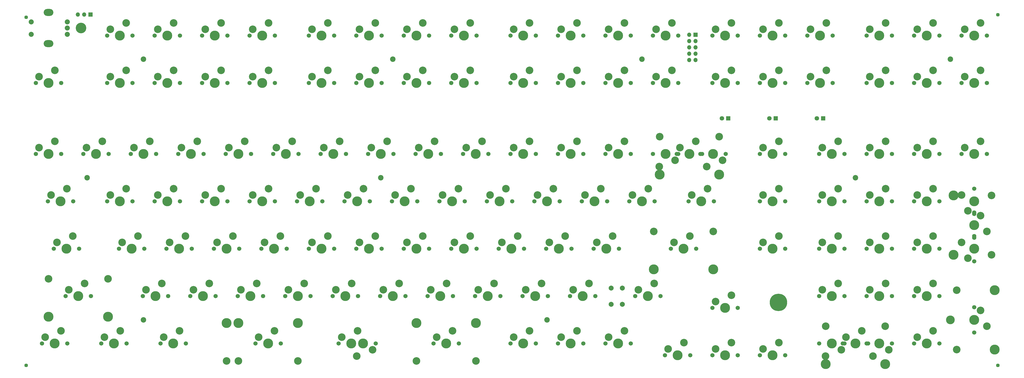
<source format=gbr>
G04 #@! TF.GenerationSoftware,KiCad,Pcbnew,7.0.1*
G04 #@! TF.CreationDate,2023-04-05T01:47:31-04:00*
G04 #@! TF.ProjectId,Boston-keyboard-V081DHA,426f7374-6f6e-42d6-9b65-79626f617264,rev?*
G04 #@! TF.SameCoordinates,Original*
G04 #@! TF.FileFunction,Soldermask,Top*
G04 #@! TF.FilePolarity,Negative*
%FSLAX46Y46*%
G04 Gerber Fmt 4.6, Leading zero omitted, Abs format (unit mm)*
G04 Created by KiCad (PCBNEW 7.0.1) date 2023-04-05 01:47:31*
%MOMM*%
%LPD*%
G01*
G04 APERTURE LIST*
%ADD10C,0.800000*%
%ADD11C,7.000000*%
%ADD12C,2.200000*%
%ADD13R,1.800000X1.800000*%
%ADD14C,1.800000*%
%ADD15C,1.448000*%
%ADD16C,2.000000*%
%ADD17R,1.700000X1.700000*%
%ADD18O,1.700000X1.700000*%
%ADD19C,3.500000*%
%ADD20C,1.701800*%
%ADD21C,3.048000*%
%ADD22C,3.987800*%
%ADD23O,2.768600X1.651000*%
%ADD24C,1.016000*%
%ADD25C,2.032000*%
%ADD26O,3.900000X2.799999*%
%ADD27C,4.250000*%
G04 APERTURE END LIST*
D10*
X356268500Y-146649500D03*
X357037345Y-144793345D03*
X357037345Y-148505655D03*
X358893500Y-144024500D03*
D11*
X358893500Y-146649500D03*
D10*
X358893500Y-149274500D03*
X360749655Y-144793345D03*
X360749655Y-148505655D03*
X361518500Y-146649500D03*
D12*
X304125200Y-48899992D03*
X389850272Y-96525032D03*
X427950304Y-48899992D03*
D13*
X338732500Y-72712500D03*
D14*
X336192500Y-72712500D03*
D15*
X447000000Y-31000000D03*
D13*
X357782500Y-72712500D03*
D14*
X355242500Y-72712500D03*
D16*
X291750000Y-147400000D03*
X291750000Y-140900000D03*
X296250000Y-147400000D03*
X296250000Y-140900000D03*
D17*
X82825000Y-30950000D03*
D18*
X80285000Y-30950000D03*
X77745000Y-30950000D03*
D15*
X57000000Y-172000000D03*
D12*
X266025168Y-153675080D03*
D15*
X57000000Y-32000000D03*
D12*
X199350112Y-96525032D03*
X104100032Y-153675080D03*
X204112500Y-48900000D03*
D19*
X427950304Y-153675080D03*
D12*
X81478138Y-96525032D03*
D17*
X325655625Y-39087500D03*
D18*
X323115625Y-39087500D03*
X325655625Y-41627500D03*
X323115625Y-41627500D03*
X325655625Y-44167500D03*
X323115625Y-44167500D03*
X325655625Y-46707500D03*
X323115625Y-46707500D03*
X325655625Y-49247500D03*
X323115625Y-49247500D03*
D13*
X376832500Y-72712500D03*
D14*
X374292500Y-72712500D03*
D15*
X447000000Y-172000000D03*
D20*
X280630000Y-87000000D03*
D21*
X278090000Y-81920000D03*
D22*
X275550000Y-87000000D03*
D21*
X271740000Y-84460000D03*
D20*
X270470000Y-87000000D03*
D22*
X401788000Y-171455000D03*
D21*
X401788000Y-156215000D03*
D20*
X394930000Y-163200000D03*
D21*
X392390000Y-158120000D03*
D22*
X389850000Y-163200000D03*
D21*
X386040000Y-160660000D03*
D20*
X384770000Y-163200000D03*
D22*
X377912000Y-171455000D03*
D21*
X377912000Y-156215000D03*
D20*
X256817500Y-125100000D03*
D21*
X254277500Y-120020000D03*
D22*
X251737500Y-125100000D03*
D21*
X247927500Y-122560000D03*
D20*
X246657500Y-125100000D03*
X423505000Y-163200000D03*
D21*
X420965000Y-158120000D03*
D22*
X418425000Y-163200000D03*
D21*
X414615000Y-160660000D03*
D20*
X413345000Y-163200000D03*
X261580000Y-163200000D03*
D21*
X259040000Y-158120000D03*
D22*
X256500000Y-163200000D03*
D21*
X252690000Y-160660000D03*
D20*
X251420000Y-163200000D03*
X99655000Y-58425000D03*
D21*
X97115000Y-53345000D03*
D22*
X94575000Y-58425000D03*
D21*
X90765000Y-55885000D03*
D20*
X89495000Y-58425000D03*
X309205000Y-106050000D03*
D21*
X306665000Y-100970000D03*
D22*
X304125000Y-106050000D03*
D21*
X300315000Y-103510000D03*
D20*
X299045000Y-106050000D03*
X218717500Y-39375000D03*
D21*
X216177500Y-34295000D03*
D22*
X213637500Y-39375000D03*
D21*
X209827500Y-36835000D03*
D20*
X208557500Y-39375000D03*
X437475000Y-100970000D03*
D21*
X432395000Y-103510000D03*
D22*
X437475000Y-106050000D03*
D21*
X434935000Y-109860000D03*
D20*
X437475000Y-111130000D03*
X342542500Y-58425000D03*
D21*
X340002500Y-53345000D03*
D22*
X337462500Y-58425000D03*
D21*
X333652500Y-55885000D03*
D20*
X332382500Y-58425000D03*
X361592500Y-125100000D03*
D21*
X359052500Y-120020000D03*
D22*
X356512500Y-125100000D03*
D21*
X352702500Y-122560000D03*
D20*
X351432500Y-125100000D03*
X361592500Y-106050000D03*
D21*
X359052500Y-100970000D03*
D22*
X356512500Y-106050000D03*
D21*
X352702500Y-103510000D03*
D20*
X351432500Y-106050000D03*
X423505000Y-125100000D03*
D21*
X420965000Y-120020000D03*
D22*
X418425000Y-125100000D03*
D21*
X414615000Y-122560000D03*
D20*
X413345000Y-125100000D03*
X97273750Y-163200000D03*
D21*
X94733750Y-158120000D03*
D22*
X92193750Y-163200000D03*
D21*
X88383750Y-160660000D03*
D20*
X87113750Y-163200000D03*
D22*
X89844250Y-152405000D03*
D21*
X89844250Y-137165000D03*
D20*
X82986250Y-144150000D03*
D21*
X80446250Y-139070000D03*
D22*
X77906250Y-144150000D03*
D21*
X74096250Y-141610000D03*
D20*
X72826250Y-144150000D03*
D22*
X65968250Y-152405000D03*
D21*
X65968250Y-137165000D03*
D20*
X394295000Y-163200000D03*
D21*
X396835000Y-168280000D03*
D22*
X399375000Y-163200000D03*
D21*
X403185000Y-165740000D03*
D20*
X404455000Y-163200000D03*
X142517500Y-125100000D03*
D21*
X139977500Y-120020000D03*
D22*
X137437500Y-125100000D03*
D21*
X133627500Y-122560000D03*
D20*
X132357500Y-125100000D03*
X299680000Y-39375000D03*
D21*
X297140000Y-34295000D03*
D22*
X294600000Y-39375000D03*
D21*
X290790000Y-36835000D03*
D20*
X289520000Y-39375000D03*
X333017500Y-106050000D03*
D21*
X330477500Y-100970000D03*
D22*
X327937500Y-106050000D03*
D21*
X324127500Y-103510000D03*
D20*
X322857500Y-106050000D03*
X132992500Y-144150000D03*
D21*
X130452500Y-139070000D03*
D22*
X127912500Y-144150000D03*
D21*
X124102500Y-141610000D03*
D20*
X122832500Y-144150000D03*
X266342500Y-144150000D03*
D21*
X263802500Y-139070000D03*
D22*
X261262500Y-144150000D03*
D21*
X257452500Y-141610000D03*
D20*
X256182500Y-144150000D03*
X218717500Y-125100000D03*
D21*
X216177500Y-120020000D03*
D22*
X213637500Y-125100000D03*
D21*
X209827500Y-122560000D03*
D20*
X208557500Y-125100000D03*
X185380000Y-87000000D03*
D21*
X182840000Y-81920000D03*
D22*
X180300000Y-87000000D03*
D21*
X176490000Y-84460000D03*
D20*
X175220000Y-87000000D03*
D22*
X332731964Y-133355000D03*
D21*
X332731964Y-118115000D03*
D20*
X325873964Y-125100000D03*
D21*
X323333964Y-120020000D03*
D22*
X320793964Y-125100000D03*
D21*
X316983964Y-122560000D03*
D20*
X315713964Y-125100000D03*
D22*
X308855964Y-133355000D03*
D21*
X308855964Y-118115000D03*
D20*
X299680000Y-87000000D03*
D21*
X297140000Y-81920000D03*
D22*
X294600000Y-87000000D03*
D21*
X290790000Y-84460000D03*
D20*
X289520000Y-87000000D03*
X156805000Y-58425000D03*
D21*
X154265000Y-53345000D03*
D22*
X151725000Y-58425000D03*
D21*
X147915000Y-55885000D03*
D20*
X146645000Y-58425000D03*
X199667500Y-125100000D03*
D21*
X197127500Y-120020000D03*
D22*
X194587500Y-125100000D03*
D21*
X190777500Y-122560000D03*
D20*
X189507500Y-125100000D03*
X261580160Y-39375000D03*
D21*
X259040160Y-34295000D03*
D22*
X256500160Y-39375000D03*
D21*
X252690160Y-36835000D03*
D20*
X251420160Y-39375000D03*
X223480000Y-87000000D03*
D21*
X220940000Y-81920000D03*
D22*
X218400000Y-87000000D03*
D21*
X214590000Y-84460000D03*
D20*
X213320000Y-87000000D03*
X442555000Y-87000000D03*
D21*
X440015000Y-81920000D03*
D22*
X437475000Y-87000000D03*
D21*
X433665000Y-84460000D03*
D20*
X432395000Y-87000000D03*
X118705000Y-106050000D03*
D21*
X116165000Y-100970000D03*
D22*
X113625000Y-106050000D03*
D21*
X109815000Y-103510000D03*
D20*
X108545000Y-106050000D03*
X194905000Y-106050000D03*
D21*
X192365000Y-100970000D03*
D22*
X189825000Y-106050000D03*
D21*
X186015000Y-103510000D03*
D20*
X184745000Y-106050000D03*
X113942500Y-144150000D03*
D21*
X111402500Y-139070000D03*
D22*
X108862500Y-144150000D03*
D21*
X105052500Y-141610000D03*
D20*
X103782500Y-144150000D03*
X404455000Y-144150000D03*
D21*
X401915000Y-139070000D03*
D22*
X399375000Y-144150000D03*
D21*
X395565000Y-141610000D03*
D20*
X394295000Y-144150000D03*
X190142500Y-144150000D03*
D21*
X187602500Y-139070000D03*
D22*
X185062500Y-144150000D03*
D21*
X181252500Y-141610000D03*
D20*
X179982500Y-144150000D03*
X90130000Y-87000000D03*
D21*
X87590000Y-81920000D03*
D22*
X85050000Y-87000000D03*
D21*
X81240000Y-84460000D03*
D20*
X79970000Y-87000000D03*
D22*
X335113000Y-95255000D03*
D21*
X335113000Y-80015000D03*
D20*
X328255000Y-87000000D03*
D21*
X325715000Y-81920000D03*
D22*
X323175000Y-87000000D03*
D21*
X319365000Y-84460000D03*
D20*
X318095000Y-87000000D03*
D22*
X311237000Y-95255000D03*
D21*
X311237000Y-80015000D03*
D20*
X128230000Y-87000000D03*
D21*
X125690000Y-81920000D03*
D22*
X123150000Y-87000000D03*
D21*
X119340000Y-84460000D03*
D20*
X118070000Y-87000000D03*
X423505000Y-87000000D03*
D21*
X420965000Y-81920000D03*
D22*
X418425000Y-87000000D03*
D21*
X414615000Y-84460000D03*
D20*
X413345000Y-87000000D03*
X442555000Y-58425000D03*
D21*
X440015000Y-53345000D03*
D22*
X437475000Y-58425000D03*
D21*
X433665000Y-55885000D03*
D20*
X432395000Y-58425000D03*
X199667606Y-39375000D03*
D21*
X197127606Y-34295000D03*
D22*
X194587606Y-39375000D03*
D21*
X190777606Y-36835000D03*
D20*
X189507606Y-39375000D03*
X404455000Y-39375000D03*
D21*
X401915000Y-34295000D03*
D22*
X399375000Y-39375000D03*
D21*
X395565000Y-36835000D03*
D20*
X394295000Y-39375000D03*
X156805000Y-39375000D03*
D21*
X154265000Y-34295000D03*
D22*
X151725000Y-39375000D03*
D21*
X147915000Y-36835000D03*
D20*
X146645000Y-39375000D03*
X275867500Y-125100000D03*
D21*
X273327500Y-120020000D03*
D22*
X270787500Y-125100000D03*
D21*
X266977500Y-122560000D03*
D20*
X265707500Y-125100000D03*
X237767500Y-58425000D03*
D21*
X235227500Y-53345000D03*
D22*
X232687500Y-58425000D03*
D21*
X228877500Y-55885000D03*
D20*
X227607500Y-58425000D03*
X404455000Y-125100000D03*
D21*
X401915000Y-120020000D03*
D22*
X399375000Y-125100000D03*
D21*
X395565000Y-122560000D03*
D20*
X394295000Y-125100000D03*
X280630000Y-39375000D03*
D21*
X278090000Y-34295000D03*
D22*
X275550000Y-39375000D03*
D21*
X271740000Y-36835000D03*
D20*
X270470000Y-39375000D03*
X342542500Y-148912500D03*
D21*
X340002500Y-143832500D03*
D22*
X337462500Y-148912500D03*
D21*
X333652500Y-146372500D03*
D20*
X332382500Y-148912500D03*
X209192500Y-144150000D03*
D21*
X206652500Y-139070000D03*
D22*
X204112500Y-144150000D03*
D21*
X200302500Y-141610000D03*
D20*
X199032500Y-144150000D03*
D21*
X237481750Y-170185000D03*
D22*
X237481750Y-154945000D03*
D20*
X230623750Y-163200000D03*
D21*
X228083750Y-158120000D03*
D22*
X225543750Y-163200000D03*
D21*
X221733750Y-160660000D03*
D20*
X220463750Y-163200000D03*
D21*
X213605750Y-170185000D03*
D22*
X213605750Y-154945000D03*
D20*
X180617500Y-58425000D03*
D21*
X178077500Y-53345000D03*
D22*
X175537500Y-58425000D03*
D21*
X171727500Y-55885000D03*
D20*
X170457500Y-58425000D03*
X437475000Y-120020000D03*
D21*
X432395000Y-122560000D03*
D22*
X437475000Y-125100000D03*
D21*
X434935000Y-128910000D03*
D20*
X437475000Y-130180000D03*
X327620000Y-87000000D03*
D21*
X330160000Y-92080000D03*
D22*
X332700000Y-87000000D03*
D21*
X336510000Y-89540000D03*
D20*
X337780000Y-87000000D03*
X187126250Y-163200000D03*
D21*
X189666250Y-168280000D03*
D22*
X192206250Y-163200000D03*
D21*
X196016250Y-165740000D03*
D20*
X197286250Y-163200000D03*
X180617590Y-39375000D03*
D21*
X178077590Y-34295000D03*
D22*
X175537590Y-39375000D03*
D21*
X171727590Y-36835000D03*
D20*
X170457590Y-39375000D03*
X290155000Y-106050000D03*
D21*
X287615000Y-100970000D03*
D22*
X285075000Y-106050000D03*
D21*
X281265000Y-103510000D03*
D20*
X279995000Y-106050000D03*
X308570000Y-87000000D03*
D21*
X311110000Y-92080000D03*
D22*
X313650000Y-87000000D03*
D21*
X317460000Y-89540000D03*
D20*
X318730000Y-87000000D03*
X404455000Y-106050000D03*
D21*
X401915000Y-100970000D03*
D22*
X399375000Y-106050000D03*
D21*
X395565000Y-103510000D03*
D20*
X394295000Y-106050000D03*
X118705000Y-39375000D03*
D21*
X116165000Y-34295000D03*
D22*
X113625000Y-39375000D03*
D21*
X109815000Y-36835000D03*
D20*
X108545000Y-39375000D03*
X237767500Y-125100000D03*
D21*
X235227500Y-120020000D03*
D22*
X232687500Y-125100000D03*
D21*
X228877500Y-122560000D03*
D20*
X227607500Y-125100000D03*
X137755000Y-106050000D03*
D21*
X135215000Y-100970000D03*
D22*
X132675000Y-106050000D03*
D21*
X128865000Y-103510000D03*
D20*
X127595000Y-106050000D03*
X199667500Y-58425000D03*
D21*
X197127500Y-53345000D03*
D22*
X194587500Y-58425000D03*
D21*
X190777500Y-55885000D03*
D20*
X189507500Y-58425000D03*
D21*
X166044250Y-170185000D03*
D22*
X166044250Y-154945000D03*
D20*
X159186250Y-163200000D03*
D21*
X156646250Y-158120000D03*
D22*
X154106250Y-163200000D03*
D21*
X150296250Y-160660000D03*
D20*
X149026250Y-163200000D03*
D21*
X142168250Y-170185000D03*
D22*
X142168250Y-154945000D03*
D20*
X171092500Y-144150000D03*
D21*
X168552500Y-139070000D03*
D22*
X166012500Y-144150000D03*
D21*
X162202500Y-141610000D03*
D20*
X160932500Y-144150000D03*
X342542500Y-167962500D03*
D21*
X340002500Y-162882500D03*
D22*
X337462500Y-167962500D03*
D21*
X333652500Y-165422500D03*
D20*
X332382500Y-167962500D03*
X75842500Y-106050000D03*
D21*
X73302500Y-100970000D03*
D22*
X70762500Y-106050000D03*
D21*
X66952500Y-103510000D03*
D20*
X65682500Y-106050000D03*
X375245000Y-163200000D03*
D21*
X377785000Y-168280000D03*
D22*
X380325000Y-163200000D03*
D21*
X384135000Y-165740000D03*
D20*
X385405000Y-163200000D03*
X99655000Y-106050000D03*
D21*
X97115000Y-100970000D03*
D22*
X94575000Y-106050000D03*
D21*
X90765000Y-103510000D03*
D20*
X89495000Y-106050000D03*
X71080000Y-58425000D03*
D21*
X68540000Y-53345000D03*
D22*
X66000000Y-58425000D03*
D21*
X62190000Y-55885000D03*
D20*
X60920000Y-58425000D03*
X318730000Y-39375000D03*
D21*
X316190000Y-34295000D03*
D22*
X313650000Y-39375000D03*
D21*
X309840000Y-36835000D03*
D20*
X308570000Y-39375000D03*
X361592500Y-167962500D03*
D21*
X359052500Y-162882500D03*
D22*
X356512500Y-167962500D03*
D21*
X352702500Y-165422500D03*
D20*
X351432500Y-167962500D03*
X261580000Y-87000000D03*
D21*
X259040000Y-81920000D03*
D22*
X256500000Y-87000000D03*
D21*
X252690000Y-84460000D03*
D20*
X251420000Y-87000000D03*
X99655000Y-39375000D03*
D21*
X97115000Y-34295000D03*
D22*
X94575000Y-39375000D03*
D21*
X90765000Y-36835000D03*
D20*
X89495000Y-39375000D03*
X147280000Y-87000000D03*
D21*
X144740000Y-81920000D03*
D22*
X142200000Y-87000000D03*
D21*
X138390000Y-84460000D03*
D20*
X137120000Y-87000000D03*
D22*
X429220000Y-127513000D03*
D21*
X444460000Y-127513000D03*
D20*
X437475000Y-120655000D03*
D21*
X442555000Y-118115000D03*
D22*
X437475000Y-115575000D03*
D21*
X440015000Y-111765000D03*
D20*
X437475000Y-110495000D03*
D22*
X429220000Y-103637000D03*
D21*
X444460000Y-103637000D03*
D20*
X361592500Y-58425000D03*
D21*
X359052500Y-53345000D03*
D22*
X356512500Y-58425000D03*
D21*
X352702500Y-55885000D03*
D20*
X351432500Y-58425000D03*
X228242500Y-144150000D03*
D21*
X225702500Y-139070000D03*
D22*
X223162500Y-144150000D03*
D21*
X219352500Y-141610000D03*
D20*
X218082500Y-144150000D03*
X361592500Y-39375000D03*
D21*
X359052500Y-34295000D03*
D22*
X356512500Y-39375000D03*
D21*
X352702500Y-36835000D03*
D20*
X351432500Y-39375000D03*
X280630000Y-163200000D03*
D21*
X278090000Y-158120000D03*
D22*
X275550000Y-163200000D03*
D21*
X271740000Y-160660000D03*
D20*
X270470000Y-163200000D03*
X121086250Y-163200000D03*
D21*
X118546250Y-158120000D03*
D22*
X116006250Y-163200000D03*
D21*
X112196250Y-160660000D03*
D20*
X110926250Y-163200000D03*
X380642500Y-39375000D03*
D21*
X378102500Y-34295000D03*
D22*
X375562500Y-39375000D03*
D21*
X371752500Y-36835000D03*
D20*
X370482500Y-39375000D03*
X442555000Y-39375000D03*
D21*
X440015000Y-34295000D03*
D22*
X437475000Y-39375000D03*
D21*
X433665000Y-36835000D03*
D20*
X432395000Y-39375000D03*
X404455000Y-87000000D03*
D21*
X401915000Y-81920000D03*
D22*
X399375000Y-87000000D03*
D21*
X395565000Y-84460000D03*
D20*
X394295000Y-87000000D03*
X137755000Y-39375000D03*
D21*
X135215000Y-34295000D03*
D22*
X132675000Y-39375000D03*
D21*
X128865000Y-36835000D03*
D20*
X127595000Y-39375000D03*
X242530000Y-87000000D03*
D21*
X239990000Y-81920000D03*
D22*
X237450000Y-87000000D03*
D21*
X233640000Y-84460000D03*
D20*
X232370000Y-87000000D03*
X342542500Y-39375000D03*
D21*
X340002500Y-34295000D03*
D22*
X337462500Y-39375000D03*
D21*
X333652500Y-36835000D03*
D20*
X332382500Y-39375000D03*
X152042500Y-144150000D03*
D21*
X149502500Y-139070000D03*
D22*
X146962500Y-144150000D03*
D21*
X143152500Y-141610000D03*
D20*
X141882500Y-144150000D03*
X423505000Y-144150000D03*
D21*
X420965000Y-139070000D03*
D22*
X418425000Y-144150000D03*
D21*
X414615000Y-141610000D03*
D20*
X413345000Y-144150000D03*
X109180000Y-87000000D03*
D21*
X106640000Y-81920000D03*
D22*
X104100000Y-87000000D03*
D21*
X100290000Y-84460000D03*
D20*
X99020000Y-87000000D03*
X71080000Y-87000000D03*
D21*
X68540000Y-81920000D03*
D22*
X66000000Y-87000000D03*
D21*
X62190000Y-84460000D03*
D20*
X60920000Y-87000000D03*
X78223750Y-125100000D03*
D21*
X75683750Y-120020000D03*
D22*
X73143750Y-125100000D03*
D21*
X69333750Y-122560000D03*
D20*
X68063750Y-125100000D03*
X161567500Y-125100000D03*
D21*
X159027500Y-120020000D03*
D22*
X156487500Y-125100000D03*
D21*
X152677500Y-122560000D03*
D20*
X151407500Y-125100000D03*
X280630000Y-58425000D03*
D21*
X278090000Y-53345000D03*
D22*
X275550000Y-58425000D03*
D21*
X271740000Y-55885000D03*
D20*
X270470000Y-58425000D03*
X180617500Y-125100000D03*
D21*
X178077500Y-120020000D03*
D22*
X175537500Y-125100000D03*
D21*
X171727500Y-122560000D03*
D20*
X170457500Y-125100000D03*
X423505000Y-106050000D03*
D21*
X420965000Y-100970000D03*
D22*
X418425000Y-106050000D03*
D21*
X414615000Y-103510000D03*
D20*
X413345000Y-106050000D03*
X247292500Y-144150000D03*
D21*
X244752500Y-139070000D03*
D22*
X242212500Y-144150000D03*
D21*
X238402500Y-141610000D03*
D20*
X237132500Y-144150000D03*
X118705000Y-58425000D03*
D21*
X116165000Y-53345000D03*
D22*
X113625000Y-58425000D03*
D21*
X109815000Y-55885000D03*
D20*
X108545000Y-58425000D03*
X156805000Y-106050000D03*
D21*
X154265000Y-100970000D03*
D22*
X151725000Y-106050000D03*
D21*
X147915000Y-103510000D03*
D20*
X146645000Y-106050000D03*
X385405000Y-106050000D03*
D21*
X382865000Y-100970000D03*
D22*
X380325000Y-106050000D03*
D21*
X376515000Y-103510000D03*
D20*
X375245000Y-106050000D03*
X261580000Y-58425000D03*
D21*
X259040000Y-53345000D03*
D22*
X256500000Y-58425000D03*
D21*
X252690000Y-55885000D03*
D20*
X251420000Y-58425000D03*
D23*
X66000000Y-30125000D03*
D24*
X73500000Y-33875000D03*
X59000000Y-33875000D03*
X73500000Y-36375000D03*
X73500000Y-38875000D03*
X59000000Y-38875000D03*
D23*
X66000000Y-42625000D03*
D25*
X73500000Y-33875000D03*
X73500000Y-38875000D03*
X73500000Y-36375000D03*
D26*
X66000000Y-30125000D03*
X66000000Y-42625000D03*
D25*
X59000000Y-33875000D03*
X59000000Y-38875000D03*
D20*
X318730000Y-58425000D03*
D21*
X316190000Y-53345000D03*
D22*
X313650000Y-58425000D03*
D21*
X309840000Y-55885000D03*
D20*
X308570000Y-58425000D03*
X237767500Y-39375000D03*
D21*
X235227500Y-34295000D03*
D22*
X232687500Y-39375000D03*
D21*
X228877500Y-36835000D03*
D20*
X227607500Y-39375000D03*
X385405000Y-125100000D03*
D21*
X382865000Y-120020000D03*
D22*
X380325000Y-125100000D03*
D21*
X376515000Y-122560000D03*
D20*
X375245000Y-125100000D03*
X299680000Y-58425000D03*
D21*
X297140000Y-53345000D03*
D22*
X294600000Y-58425000D03*
D21*
X290790000Y-55885000D03*
D20*
X289520000Y-58425000D03*
X271105000Y-106050000D03*
D21*
X268565000Y-100970000D03*
D22*
X266025000Y-106050000D03*
D21*
X262215000Y-103510000D03*
D20*
X260945000Y-106050000D03*
D12*
X104100000Y-48900000D03*
D20*
X294917500Y-125100000D03*
D21*
X292377500Y-120020000D03*
D22*
X289837500Y-125100000D03*
D21*
X286027500Y-122560000D03*
D20*
X284757500Y-125100000D03*
X166330000Y-87000000D03*
D21*
X163790000Y-81920000D03*
D22*
X161250000Y-87000000D03*
D21*
X157440000Y-84460000D03*
D20*
X156170000Y-87000000D03*
X104417500Y-125100000D03*
D21*
X101877500Y-120020000D03*
D22*
X99337500Y-125100000D03*
D21*
X95527500Y-122560000D03*
D20*
X94257500Y-125100000D03*
X380642500Y-58425000D03*
D21*
X378102500Y-53345000D03*
D22*
X375562500Y-58425000D03*
D21*
X371752500Y-55885000D03*
D20*
X370482500Y-58425000D03*
X123467500Y-125100000D03*
D21*
X120927500Y-120020000D03*
D22*
X118387500Y-125100000D03*
D21*
X114577500Y-122560000D03*
D20*
X113307500Y-125100000D03*
X252055000Y-106050000D03*
D21*
X249515000Y-100970000D03*
D22*
X246975000Y-106050000D03*
D21*
X243165000Y-103510000D03*
D20*
X241895000Y-106050000D03*
X385405000Y-144150000D03*
D21*
X382865000Y-139070000D03*
D22*
X380325000Y-144150000D03*
D21*
X376515000Y-141610000D03*
D20*
X375245000Y-144150000D03*
X423505000Y-39375000D03*
D21*
X420965000Y-34295000D03*
D22*
X418425000Y-39375000D03*
D21*
X414615000Y-36835000D03*
D20*
X413345000Y-39375000D03*
X218717500Y-58425000D03*
D21*
X216177500Y-53345000D03*
D22*
X213637500Y-58425000D03*
D21*
X209827500Y-55885000D03*
D20*
X208557500Y-58425000D03*
X311586250Y-144150000D03*
D21*
X309046250Y-139070000D03*
D22*
X306506250Y-144150000D03*
D21*
X302696250Y-141610000D03*
D20*
X301426250Y-144150000D03*
X137755000Y-58425000D03*
D21*
X135215000Y-53345000D03*
D22*
X132675000Y-58425000D03*
D21*
X128865000Y-55885000D03*
D20*
X127595000Y-58425000D03*
X285392500Y-144150000D03*
D21*
X282852500Y-139070000D03*
D22*
X280312500Y-144150000D03*
D21*
X276502500Y-141610000D03*
D20*
X275232500Y-144150000D03*
X404455000Y-58425000D03*
D21*
X401915000Y-53345000D03*
D22*
X399375000Y-58425000D03*
D21*
X395565000Y-55885000D03*
D20*
X394295000Y-58425000D03*
X213955000Y-106050000D03*
D21*
X211415000Y-100970000D03*
D22*
X208875000Y-106050000D03*
D21*
X205065000Y-103510000D03*
D20*
X203795000Y-106050000D03*
X385405000Y-87000000D03*
D21*
X382865000Y-81920000D03*
D22*
X380325000Y-87000000D03*
D21*
X376515000Y-84460000D03*
D20*
X375245000Y-87000000D03*
D21*
X237481750Y-170185000D03*
D22*
X237481750Y-154945000D03*
D20*
X192523750Y-163200000D03*
D21*
X189983750Y-158120000D03*
D22*
X187443750Y-163200000D03*
D21*
X183633750Y-160660000D03*
D20*
X182363750Y-163200000D03*
D21*
X137405750Y-170185000D03*
D22*
X137405750Y-154945000D03*
D20*
X323492500Y-167962500D03*
D21*
X320952500Y-162882500D03*
D22*
X318412500Y-167962500D03*
D21*
X314602500Y-165422500D03*
D20*
X313332500Y-167962500D03*
D27*
X79000000Y-36375000D03*
D21*
X430490000Y-165613000D03*
D22*
X445730000Y-165613000D03*
D20*
X437475000Y-158755000D03*
D21*
X442555000Y-156215000D03*
D22*
X437475000Y-153675000D03*
D21*
X440015000Y-149865000D03*
D20*
X437475000Y-148595000D03*
D21*
X430490000Y-141737000D03*
D22*
X445730000Y-141737000D03*
D20*
X73461250Y-163200000D03*
D21*
X70921250Y-158120000D03*
D22*
X68381250Y-163200000D03*
D21*
X64571250Y-160660000D03*
D20*
X63301250Y-163200000D03*
X361592500Y-87000000D03*
D21*
X359052500Y-81920000D03*
D22*
X356512500Y-87000000D03*
D21*
X352702500Y-84460000D03*
D20*
X351432500Y-87000000D03*
X204430000Y-87000000D03*
D21*
X201890000Y-81920000D03*
D22*
X199350000Y-87000000D03*
D21*
X195540000Y-84460000D03*
D20*
X194270000Y-87000000D03*
X423505000Y-58425000D03*
D21*
X420965000Y-53345000D03*
D22*
X418425000Y-58425000D03*
D21*
X414615000Y-55885000D03*
D20*
X413345000Y-58425000D03*
X299680000Y-163200000D03*
D21*
X297140000Y-158120000D03*
D22*
X294600000Y-163200000D03*
D21*
X290790000Y-160660000D03*
D20*
X289520000Y-163200000D03*
X175855000Y-106050000D03*
D21*
X173315000Y-100970000D03*
D22*
X170775000Y-106050000D03*
D21*
X166965000Y-103510000D03*
D20*
X165695000Y-106050000D03*
X233005000Y-106050000D03*
D21*
X230465000Y-100970000D03*
D22*
X227925000Y-106050000D03*
D21*
X224115000Y-103510000D03*
D20*
X222845000Y-106050000D03*
M02*

</source>
